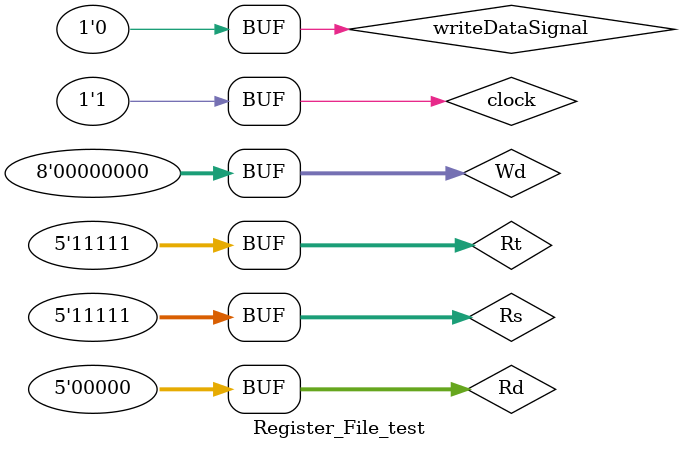
<source format=v>
`timescale 1ns / 1ps


module Register_File_test;

	// Inputs
	reg [4:0] Rs;
	reg [4:0] Rt;
	reg [4:0] Rd;
	reg [7:0] Wd;
	reg writeDataSignal;
	reg clock;

	// Outputs
	wire [7:0] RD1;
	wire [7:0] RD2;
	// CLOCK
	parameter PERIOD = 100;

   always begin
      clock = 1'b0;
      #(PERIOD/2) clock = 1'b1;
      #(PERIOD/2);
   end  

	// Instantiate the Unit Under Test (UUT)
	Register_File uut (
		.Rs(Rs), 
		.Rt(Rt), 
		.Rd(Rd), 
		.Wd(Wd), 
		.RD1(RD1), 
		.RD2(RD2), 
		.writeDataSignal(writeDataSignal), 
		.clock(clock)
	);

	initial begin
				/******************Writing data to the RF***************/
		//Initialize Inputs
		Rs = 0;
		Rt = 0;
		Rd = 0;
		Wd = 0;
		writeDataSignal = 1;
		// Wait 100 ns for global reset to finish
		#100;

		//Initialize Inputs
		Rs = 0;
		Rt = 0;
		Rd = 1;
		Wd = 2;
		writeDataSignal = 1;
		// Wait 100 ns for global reset to finish
		#100;

		//Initialize Inputs
		Rs = 0;
		Rt = 0;
		Rd = 2;
		Wd = 4;
		writeDataSignal = 1;
		// Wait 100 ns for global reset to finish
		#100;

		//Initialize Inputs
		Rs = 0;
		Rt = 0;
		Rd = 3;
		Wd = 6;
		writeDataSignal = 1;
		// Wait 100 ns for global reset to finish
		#100;

		//Initialize Inputs
		Rs = 0;
		Rt = 0;
		Rd = 4;
		Wd = 8;
		writeDataSignal = 1;
		// Wait 100 ns for global reset to finish
		#100;

		//Initialize Inputs
		Rs = 0;
		Rt = 0;
		Rd = 5;
		Wd = 10;
		writeDataSignal = 1;
		// Wait 100 ns for global reset to finish
		#100;

		//Initialize Inputs
		Rs = 0;
		Rt = 0;
		Rd = 6;
		Wd = 12;
		writeDataSignal = 1;
		// Wait 100 ns for global reset to finish
		#100;

		//Initialize Inputs
		Rs = 0;
		Rt = 0;
		Rd = 7;
		Wd = 14;
		writeDataSignal = 1;
		// Wait 100 ns for global reset to finish
		#100;

		//Initialize Inputs
		Rs = 0;
		Rt = 0;
		Rd = 8;
		Wd = 16;
		writeDataSignal = 1;
		// Wait 100 ns for global reset to finish
		#100;

		//Initialize Inputs
		Rs = 0;
		Rt = 0;
		Rd = 9;
		Wd = 18;
		writeDataSignal = 1;
		// Wait 100 ns for global reset to finish
		#100;

		//Initialize Inputs
		Rs = 0;
		Rt = 0;
		Rd = 10;
		Wd = 20;
		writeDataSignal = 1;
		// Wait 100 ns for global reset to finish
		#100;

		//Initialize Inputs
		Rs = 0;
		Rt = 0;
		Rd = 11;
		Wd = 22;
		writeDataSignal = 1;
		// Wait 100 ns for global reset to finish
		#100;

		//Initialize Inputs
		Rs = 0;
		Rt = 0;
		Rd = 12;
		Wd = 24;
		writeDataSignal = 1;
		// Wait 100 ns for global reset to finish
		#100;

		//Initialize Inputs
		Rs = 0;
		Rt = 0;
		Rd = 13;
		Wd = 26;
		writeDataSignal = 1;
		// Wait 100 ns for global reset to finish
		#100;

		//Initialize Inputs
		Rs = 0;
		Rt = 0;
		Rd = 14;
		Wd = 28;
		writeDataSignal = 1;
		// Wait 100 ns for global reset to finish
		#100;

		//Initialize Inputs
		Rs = 0;
		Rt = 0;
		Rd = 15;
		Wd = 30;
		writeDataSignal = 1;
		// Wait 100 ns for global reset to finish
		#100;

		//Initialize Inputs
		Rs = 0;
		Rt = 0;
		Rd = 16;
		Wd = 32;
		writeDataSignal = 1;
		// Wait 100 ns for global reset to finish
		#100;

		//Initialize Inputs
		Rs = 0;
		Rt = 0;
		Rd = 17;
		Wd = 34;
		writeDataSignal = 1;
		// Wait 100 ns for global reset to finish
		#100;

		//Initialize Inputs
		Rs = 0;
		Rt = 0;
		Rd = 18;
		Wd = 36;
		writeDataSignal = 1;
		// Wait 100 ns for global reset to finish
		#100;

		//Initialize Inputs
		Rs = 0;
		Rt = 0;
		Rd = 19;
		Wd = 38;
		writeDataSignal = 1;
		// Wait 100 ns for global reset to finish
		#100;

		//Initialize Inputs
		Rs = 0;
		Rt = 0;
		Rd = 20;
		Wd = 40;
		writeDataSignal = 1;
		// Wait 100 ns for global reset to finish
		#100;

		//Initialize Inputs
		Rs = 0;
		Rt = 0;
		Rd = 21;
		Wd = 42;
		writeDataSignal = 1;
		// Wait 100 ns for global reset to finish
		#100;

		//Initialize Inputs
		Rs = 0;
		Rt = 0;
		Rd = 22;
		Wd = 44;
		writeDataSignal = 1;
		// Wait 100 ns for global reset to finish
		#100;

		//Initialize Inputs
		Rs = 0;
		Rt = 0;
		Rd = 23;
		Wd = 46;
		writeDataSignal = 1;
		// Wait 100 ns for global reset to finish
		#100;

		//Initialize Inputs
		Rs = 0;
		Rt = 0;
		Rd = 24;
		Wd = 48;
		writeDataSignal = 1;
		// Wait 100 ns for global reset to finish
		#100;

		//Initialize Inputs
		Rs = 0;
		Rt = 0;
		Rd = 25;
		Wd = 50;
		writeDataSignal = 1;
		// Wait 100 ns for global reset to finish
		#100;

		//Initialize Inputs
		Rs = 0;
		Rt = 0;
		Rd = 26;
		Wd = 52;
		writeDataSignal = 1;
		// Wait 100 ns for global reset to finish
		#100;

		//Initialize Inputs
		Rs = 0;
		Rt = 0;
		Rd = 27;
		Wd = 54;
		writeDataSignal = 1;
		// Wait 100 ns for global reset to finish
		#100;

		//Initialize Inputs
		Rs = 0;
		Rt = 0;
		Rd = 28;
		Wd = 56;
		writeDataSignal = 1;
		// Wait 100 ns for global reset to finish
		#100;

		//Initialize Inputs
		Rs = 0;
		Rt = 0;
		Rd = 29;
		Wd = 58;
		writeDataSignal = 1;
		// Wait 100 ns for global reset to finish
		#100;

		//Initialize Inputs
		Rs = 0;
		Rt = 0;
		Rd = 30;
		Wd = 60;
		writeDataSignal = 1;
		// Wait 100 ns for global reset to finish
		#100;

		//Initialize Inputs
		Rs = 0;
		Rt = 0;
		Rd = 31;
		Wd = 62;
		writeDataSignal = 1;
		// Wait 100 ns for global reset to finish
		#100;

		/**********************Reading from the RF****************/
		//Initialize Inputs
		Rs = 0;
		Rt = 0;
		Rd = 0;
		Wd = 0;
		writeDataSignal = 0;
		// Wait 100 ns for global reset to finish
		#100;

		//Initialize Inputs
		Rs = 1;
		Rt = 1;
		Rd = 0;
		Wd = 0;
		writeDataSignal = 0;
		// Wait 100 ns for global reset to finish
		#100;

		//Initialize Inputs
		Rs = 2;
		Rt = 2;
		Rd = 0;
		Wd = 0;
		writeDataSignal = 0;
		// Wait 100 ns for global reset to finish
		#100;

		//Initialize Inputs
		Rs = 3;
		Rt = 3;
		Rd = 0;
		Wd = 0;
		writeDataSignal = 0;
		// Wait 100 ns for global reset to finish
		#100;

		//Initialize Inputs
		Rs = 4;
		Rt = 4;
		Rd = 0;
		Wd = 0;
		writeDataSignal = 0;
		// Wait 100 ns for global reset to finish
		#100;

		//Initialize Inputs
		Rs = 5;
		Rt = 5;
		Rd = 0;
		Wd = 0;
		writeDataSignal = 0;
		// Wait 100 ns for global reset to finish
		#100;

		//Initialize Inputs
		Rs = 6;
		Rt = 6;
		Rd = 0;
		Wd = 0;
		writeDataSignal = 0;
		// Wait 100 ns for global reset to finish
		#100;

		//Initialize Inputs
		Rs = 7;
		Rt = 7;
		Rd = 0;
		Wd = 0;
		writeDataSignal = 0;
		// Wait 100 ns for global reset to finish
		#100;

		//Initialize Inputs
		Rs = 8;
		Rt = 8;
		Rd = 0;
		Wd = 0;
		writeDataSignal = 0;
		// Wait 100 ns for global reset to finish
		#100;

		//Initialize Inputs
		Rs = 9;
		Rt = 9;
		Rd = 0;
		Wd = 0;
		writeDataSignal = 0;
		// Wait 100 ns for global reset to finish
		#100;

		//Initialize Inputs
		Rs = 10;
		Rt = 10;
		Rd = 0;
		Wd = 0;
		writeDataSignal = 0;
		// Wait 100 ns for global reset to finish
		#100;

		//Initialize Inputs
		Rs = 11;
		Rt = 11;
		Rd = 0;
		Wd = 0;
		writeDataSignal = 0;
		// Wait 100 ns for global reset to finish
		#100;

		//Initialize Inputs
		Rs = 12;
		Rt = 12;
		Rd = 0;
		Wd = 0;
		writeDataSignal = 0;
		// Wait 100 ns for global reset to finish
		#100;

		//Initialize Inputs
		Rs = 13;
		Rt = 13;
		Rd = 0;
		Wd = 0;
		writeDataSignal = 0;
		// Wait 100 ns for global reset to finish
		#100;

		//Initialize Inputs
		Rs = 14;
		Rt = 14;
		Rd = 0;
		Wd = 0;
		writeDataSignal = 0;
		// Wait 100 ns for global reset to finish
		#100;

		//Initialize Inputs
		Rs = 15;
		Rt = 15;
		Rd = 0;
		Wd = 0;
		writeDataSignal = 0;
		// Wait 100 ns for global reset to finish
		#100;

		//Initialize Inputs
		Rs = 16;
		Rt = 16;
		Rd = 0;
		Wd = 0;
		writeDataSignal = 0;
		// Wait 100 ns for global reset to finish
		#100;

		//Initialize Inputs
		Rs = 17;
		Rt = 17;
		Rd = 0;
		Wd = 0;
		writeDataSignal = 0;
		// Wait 100 ns for global reset to finish
		#100;

		//Initialize Inputs
		Rs = 18;
		Rt = 18;
		Rd = 0;
		Wd = 0;
		writeDataSignal = 0;
		// Wait 100 ns for global reset to finish
		#100;

		//Initialize Inputs
		Rs = 19;
		Rt = 19;
		Rd = 0;
		Wd = 0;
		writeDataSignal = 0;
		// Wait 100 ns for global reset to finish
		#100;

		//Initialize Inputs
		Rs = 20;
		Rt = 20;
		Rd = 0;
		Wd = 0;
		writeDataSignal = 0;
		// Wait 100 ns for global reset to finish
		#100;

		//Initialize Inputs
		Rs = 21;
		Rt = 21;
		Rd = 0;
		Wd = 0;
		writeDataSignal = 0;
		// Wait 100 ns for global reset to finish
		#100;

		//Initialize Inputs
		Rs = 22;
		Rt = 22;
		Rd = 0;
		Wd = 0;
		writeDataSignal = 0;
		// Wait 100 ns for global reset to finish
		#100;

		//Initialize Inputs
		Rs = 23;
		Rt = 23;
		Rd = 0;
		Wd = 0;
		writeDataSignal = 0;
		// Wait 100 ns for global reset to finish
		#100;

		//Initialize Inputs
		Rs = 24;
		Rt = 24;
		Rd = 0;
		Wd = 0;
		writeDataSignal = 0;
		// Wait 100 ns for global reset to finish
		#100;

		//Initialize Inputs
		Rs = 25;
		Rt = 25;
		Rd = 0;
		Wd = 0;
		writeDataSignal = 0;
		// Wait 100 ns for global reset to finish
		#100;

		//Initialize Inputs
		Rs = 26;
		Rt = 26;
		Rd = 0;
		Wd = 0;
		writeDataSignal = 0;
		// Wait 100 ns for global reset to finish
		#100;

		//Initialize Inputs
		Rs = 27;
		Rt = 27;
		Rd = 0;
		Wd = 0;
		writeDataSignal = 0;
		// Wait 100 ns for global reset to finish
		#100;

		//Initialize Inputs
		Rs = 28;
		Rt = 28;
		Rd = 0;
		Wd = 0;
		writeDataSignal = 0;
		// Wait 100 ns for global reset to finish
		#100;

		//Initialize Inputs
		Rs = 29;
		Rt = 29;
		Rd = 0;
		Wd = 0;
		writeDataSignal = 0;
		// Wait 100 ns for global reset to finish
		#100;

		//Initialize Inputs
		Rs = 30;
		Rt = 30;
		Rd = 0;
		Wd = 0;
		writeDataSignal = 0;
		// Wait 100 ns for global reset to finish
		#100;

		//Initialize Inputs
		Rs = 31;
		Rt = 31;
		Rd = 0;
		Wd = 0;
		writeDataSignal = 0;
		// Wait 100 ns for global reset to finish
		#100;
		

	end
      
endmodule


</source>
